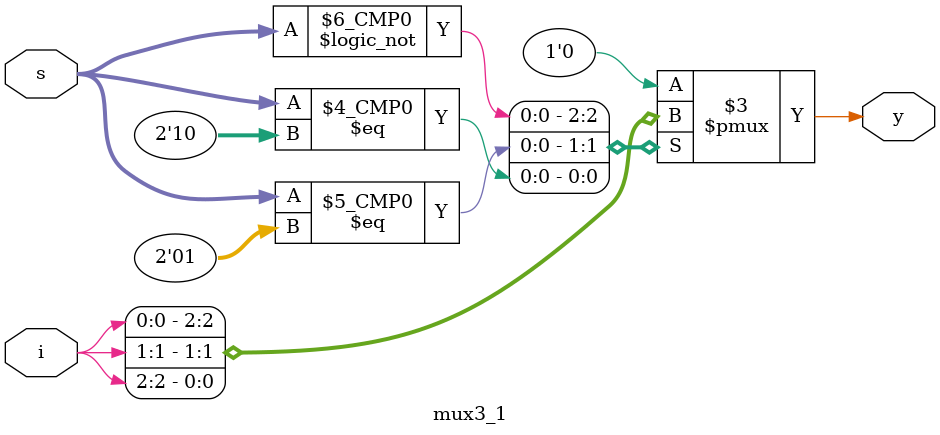
<source format=v>
module mux3_1(i,s,y);
  input [3:0]i;
  input [1:0]s;
  output reg y;
  
  always@(*) // using for the combinational circuits
      begin
        case(s) // conditional statement
          2'b00: y = i[0];
          2'b01: y = i[1];
          2'b10: y = i[2];
          default: y = 1'b0;
        endcase
      end
  
endmodule

</source>
